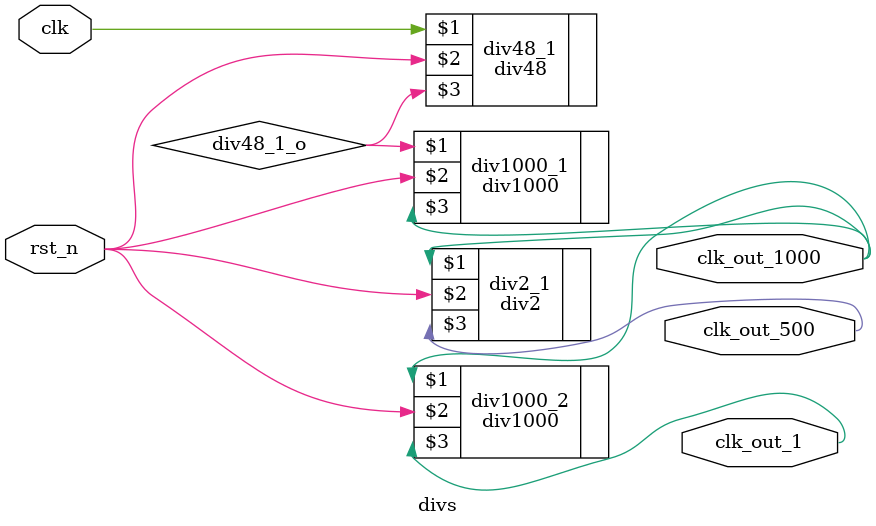
<source format=v>
module divs(input clk, input rst_n, output clk_out_1000, output clk_out_500, output clk_out_1);

//wire div5_1_o, div5_2_o, div5_3_o,div2_1_o,div2_2_o,div2_5_o,div2_6_o,div5_4_o,div5_5_o,div48_1_o;
wire div1000_1_o,div48_1_o;

div48 div48_1(clk, rst_n, div48_1_o); // Well, I almost forget to insert this one back...
/*
div5 div5_1(div48_1_o, rst_n, div5_1_o);
div5 div5_2(div5_1_o, rst_n, div5_2_o);
div5 div5_3(div5_2_o, rst_n, div5_3_o);
div2 div2_1(div5_3_o, rst_n, div2_1_o);
div2 div2_2(div2_1_o, rst_n, div2_2_o);
div2 div2_3(div2_2_o, rst_n, clk_out_1000);
*/
div1000 div1000_1(div48_1_o, rst_n, clk_out_1000);
div1000 div1000_2(clk_out_1000, rst_n, clk_out_1);
div2 div2_1(clk_out_1000, rst_n, clk_out_500);

/*
div2 div2_4(clk_out_1000, rst_n, clk_out_500);

div2 div2_5(clk_out_500, rst_n, div2_5_o);
div2 div2_6(div2_5_o, rst_n, div2_6_o);
div5 div5_4(div2_6_o, rst_n, div5_4_o);
div5 div5_5(div5_4_o, rst_n, div5_5_o);
div5 div5_6(div5_5_o, rst_n, clk_out_1);
*/

endmodule
</source>
